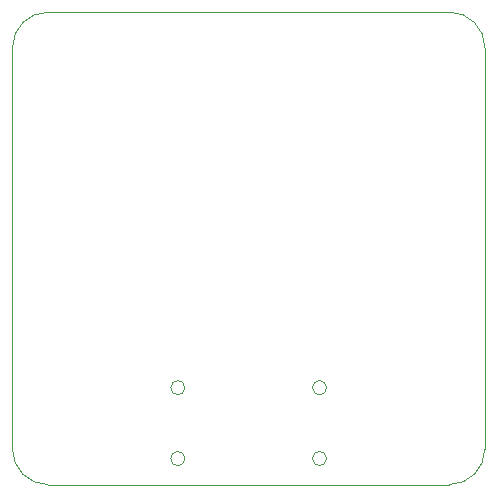
<source format=gm1>
%TF.GenerationSoftware,KiCad,Pcbnew,(6.0.0-0)*%
%TF.CreationDate,2022-11-28T12:23:12+01:00*%
%TF.ProjectId,wm8904_codec_breakout,776d3839-3034-45f6-936f-6465635f6272,rev?*%
%TF.SameCoordinates,Original*%
%TF.FileFunction,Profile,NP*%
%FSLAX46Y46*%
G04 Gerber Fmt 4.6, Leading zero omitted, Abs format (unit mm)*
G04 Created by KiCad (PCBNEW (6.0.0-0)) date 2022-11-28 12:23:12*
%MOMM*%
%LPD*%
G01*
G04 APERTURE LIST*
%TA.AperFunction,Profile*%
%ADD10C,0.100000*%
%TD*%
%TA.AperFunction,Profile*%
%ADD11C,0.120000*%
%TD*%
G04 APERTURE END LIST*
D10*
X133000000Y-60000000D02*
X167000000Y-60000000D01*
X167000000Y-100000000D02*
G75*
G03*
X170000000Y-97000000I-1J3000001D01*
G01*
X170000000Y-63000000D02*
X170000000Y-97000000D01*
X170000000Y-63000000D02*
G75*
G03*
X167000000Y-60000000I-3000001J-1D01*
G01*
X130000000Y-97000000D02*
X130000000Y-63000000D01*
X130000000Y-97000000D02*
G75*
G03*
X133000000Y-100000000I3000001J1D01*
G01*
X133000000Y-60000000D02*
G75*
G03*
X130000000Y-63000000I1J-3000001D01*
G01*
X167000000Y-100000000D02*
X133000000Y-100000000D01*
D11*
X156600000Y-97800000D02*
G75*
G03*
X156600000Y-97800000I-600000J0D01*
G01*
X156600000Y-91800000D02*
G75*
G03*
X156600000Y-91800000I-600000J0D01*
G01*
X144600000Y-91800000D02*
G75*
G03*
X144600000Y-91800000I-600000J0D01*
G01*
X144600000Y-97800000D02*
G75*
G03*
X144600000Y-97800000I-600000J0D01*
G01*
M02*

</source>
